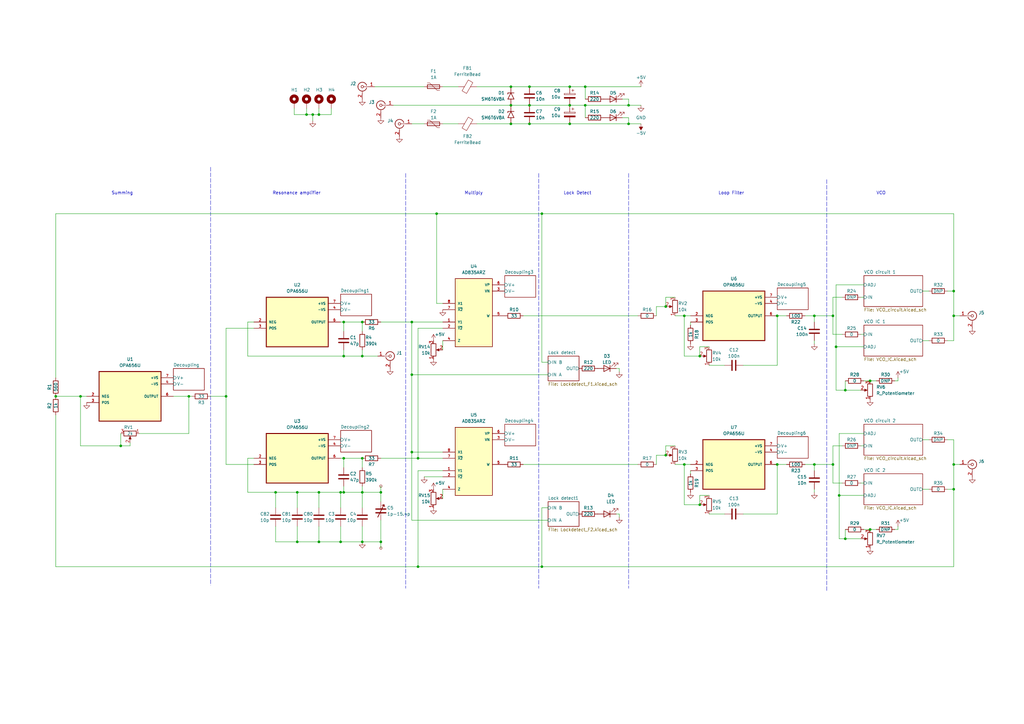
<source format=kicad_sch>
(kicad_sch (version 20230121) (generator eeschema)
  (paper "A3")
  (junction (at 318.77 190.5))
  (junction (at 342.9 142.24))
  (junction (at 121.92 201.93))
  (junction (at 391.16 119.38))
  (junction (at 209.55 50.8))
  (junction (at 346.71 220.98))
  (junction (at 113.03 201.93))
  (junction (at 140.97 201.93))
  (junction (at 140.97 146.05))
  (junction (at 179.07 87.63))
  (junction (at 217.17 35.56))
  (junction (at 280.67 129.54))
  (junction (at 273.05 186.69))
  (junction (at 341.63 129.54))
  (junction (at 287.02 146.05))
  (junction (at 148.59 222.25))
  (junction (at 125.73 46.99))
  (junction (at 140.97 187.96))
  (junction (at 391.16 200.66))
  (junction (at 156.21 201.93))
  (junction (at 273.05 125.73))
  (junction (at 222.25 87.63))
  (junction (at 148.59 201.93))
  (junction (at 280.67 190.5))
  (junction (at 209.55 43.18))
  (junction (at 233.68 50.8))
  (junction (at 171.45 187.96))
  (junction (at 356.87 217.17))
  (junction (at 130.81 222.25))
  (junction (at 222.25 232.41))
  (junction (at 140.97 132.08))
  (junction (at 217.17 50.8))
  (junction (at 168.91 185.42))
  (junction (at 346.71 160.02))
  (junction (at 156.21 222.25))
  (junction (at 257.81 50.8))
  (junction (at 391.16 190.5))
  (junction (at 257.81 43.18))
  (junction (at 334.01 129.54))
  (junction (at 287.02 207.01))
  (junction (at 168.91 132.08))
  (junction (at 148.59 146.05))
  (junction (at 130.81 201.93))
  (junction (at 168.91 153.67))
  (junction (at 240.03 35.56))
  (junction (at 356.87 156.21))
  (junction (at 130.81 46.99))
  (junction (at 33.02 162.56))
  (junction (at 391.16 129.54))
  (junction (at 22.86 162.56))
  (junction (at 209.55 35.56))
  (junction (at 148.59 187.96))
  (junction (at 233.68 35.56))
  (junction (at 217.17 43.18))
  (junction (at 148.59 132.08))
  (junction (at 341.63 190.5))
  (junction (at 49.53 182.88))
  (junction (at 171.45 232.41))
  (junction (at 77.47 162.56))
  (junction (at 334.01 190.5))
  (junction (at 318.77 129.54))
  (junction (at 233.68 43.18))
  (junction (at 344.17 203.2))
  (junction (at 139.7 201.93))
  (junction (at 240.03 43.18))
  (junction (at 92.71 162.56))
  (junction (at 128.27 46.99))
  (junction (at 121.92 222.25))
  (junction (at 139.7 222.25))
  (wire (pts (xy 240.03 43.18) (xy 240.03 48.26)))
  (wire (pts (xy 252.73 151.13) (xy 254 151.13)))
  (wire (pts (xy 368.3 217.17) (xy 368.3 215.9)))
  (wire (pts (xy 22.86 87.63) (xy 179.07 87.63)))
  (wire (pts (xy 224.79 213.36) (xy 168.91 213.36)))
  (wire (pts (xy 257.81 40.64) (xy 257.81 43.18)))
  (wire (pts (xy 344.17 220.98) (xy 344.17 203.2)))
  (wire (pts (xy 77.47 162.56) (xy 78.74 162.56)))
  (wire (pts (xy 346.71 220.98) (xy 353.06 220.98)))
  (wire (pts (xy 378.46 119.38) (xy 381 119.38)))
  (wire (pts (xy 130.81 44.45) (xy 130.81 46.99)))
  (wire (pts (xy 356.87 156.21) (xy 359.41 156.21)))
  (wire (pts (xy 257.81 40.64) (xy 255.27 40.64)))
  (wire (pts (xy 334.01 190.5) (xy 341.63 190.5)))
  (wire (pts (xy 391.16 190.5) (xy 391.16 200.66)))
  (wire (pts (xy 101.6 132.08) (xy 101.6 146.05)))
  (wire (pts (xy 252.73 210.82) (xy 254 210.82)))
  (wire (pts (xy 156.21 201.93) (xy 156.21 205.74)))
  (wire (pts (xy 240.03 35.56) (xy 233.68 35.56)))
  (polyline (pts (xy 86.36 68.58) (xy 86.36 240.03)) (stroke (width 0) (type dash)))
  (wire (pts (xy 344.17 203.2) (xy 354.33 203.2)))
  (wire (pts (xy 318.77 190.5) (xy 322.58 190.5)))
  (wire (pts (xy 388.62 139.7) (xy 391.16 139.7)))
  (wire (pts (xy 280.67 207.01) (xy 287.02 207.01)))
  (wire (pts (xy 130.81 222.25) (xy 139.7 222.25)))
  (wire (pts (xy 233.68 50.8) (xy 217.17 50.8)))
  (wire (pts (xy 391.16 129.54) (xy 393.7 129.54)))
  (wire (pts (xy 168.91 213.36) (xy 168.91 185.42)))
  (wire (pts (xy 161.29 43.18) (xy 209.55 43.18)))
  (wire (pts (xy 139.7 201.93) (xy 139.7 208.28)))
  (wire (pts (xy 101.6 146.05) (xy 140.97 146.05)))
  (wire (pts (xy 153.67 35.56) (xy 173.99 35.56)))
  (wire (pts (xy 148.59 215.9) (xy 148.59 222.25)))
  (wire (pts (xy 257.81 48.26) (xy 257.81 50.8)))
  (wire (pts (xy 290.83 210.82) (xy 297.18 210.82)))
  (wire (pts (xy 171.45 187.96) (xy 181.61 187.96)))
  (wire (pts (xy 104.14 190.5) (xy 92.71 190.5)))
  (wire (pts (xy 139.7 222.25) (xy 148.59 222.25)))
  (wire (pts (xy 130.81 201.93) (xy 130.81 208.28)))
  (wire (pts (xy 317.5 129.54) (xy 318.77 129.54)))
  (wire (pts (xy 391.16 180.34) (xy 391.16 190.5)))
  (wire (pts (xy 33.02 182.88) (xy 49.53 182.88)))
  (wire (pts (xy 318.77 129.54) (xy 318.77 149.86)))
  (wire (pts (xy 113.03 201.93) (xy 113.03 208.28)))
  (wire (pts (xy 318.77 210.82) (xy 304.8 210.82)))
  (wire (pts (xy 354.33 142.24) (xy 342.9 142.24)))
  (wire (pts (xy 139.7 132.08) (xy 140.97 132.08)))
  (wire (pts (xy 181.61 124.46) (xy 179.07 124.46)))
  (wire (pts (xy 391.16 139.7) (xy 391.16 129.54)))
  (wire (pts (xy 269.24 129.54) (xy 269.24 125.73)))
  (wire (pts (xy 367.03 156.21) (xy 368.3 156.21)))
  (wire (pts (xy 378.46 180.34) (xy 381 180.34)))
  (wire (pts (xy 121.92 201.93) (xy 121.92 208.28)))
  (wire (pts (xy 217.17 35.56) (xy 209.55 35.56)))
  (wire (pts (xy 217.17 50.8) (xy 209.55 50.8)))
  (wire (pts (xy 287.02 142.24) (xy 287.02 146.05)))
  (wire (pts (xy 346.71 220.98) (xy 346.71 217.17)))
  (wire (pts (xy 341.63 182.88) (xy 341.63 190.5)))
  (wire (pts (xy 367.03 217.17) (xy 368.3 217.17)))
  (wire (pts (xy 345.44 137.16) (xy 341.63 137.16)))
  (wire (pts (xy 353.06 182.88) (xy 354.33 182.88)))
  (wire (pts (xy 378.46 200.66) (xy 381 200.66)))
  (wire (pts (xy 342.9 160.02) (xy 346.71 160.02)))
  (wire (pts (xy 214.63 129.54) (xy 261.62 129.54)))
  (wire (pts (xy 262.89 43.18) (xy 257.81 43.18)))
  (wire (pts (xy 222.25 87.63) (xy 391.16 87.63)))
  (wire (pts (xy 354.33 116.84) (xy 342.9 116.84)))
  (wire (pts (xy 181.61 50.8) (xy 187.96 50.8)))
  (wire (pts (xy 273.05 182.88) (xy 273.05 186.69)))
  (wire (pts (xy 92.71 162.56) (xy 92.71 134.62)))
  (wire (pts (xy 148.59 222.25) (xy 156.21 222.25)))
  (wire (pts (xy 222.25 232.41) (xy 391.16 232.41)))
  (wire (pts (xy 77.47 162.56) (xy 71.12 162.56)))
  (wire (pts (xy 318.77 129.54) (xy 322.58 129.54)))
  (wire (pts (xy 287.02 203.2) (xy 287.02 207.01)))
  (wire (pts (xy 171.45 193.04) (xy 181.61 193.04)))
  (wire (pts (xy 168.91 153.67) (xy 224.79 153.67)))
  (wire (pts (xy 353.06 121.92) (xy 354.33 121.92)))
  (wire (pts (xy 101.6 201.93) (xy 113.03 201.93)))
  (wire (pts (xy 57.15 177.8) (xy 77.47 177.8)))
  (wire (pts (xy 125.73 44.45) (xy 125.73 46.99)))
  (polyline (pts (xy 257.81 71.12) (xy 257.81 241.3)) (stroke (width 0) (type dash)))
  (wire (pts (xy 156.21 187.96) (xy 171.45 187.96)))
  (wire (pts (xy 341.63 137.16) (xy 341.63 129.54)))
  (wire (pts (xy 334.01 200.66) (xy 334.01 201.93)))
  (wire (pts (xy 168.91 132.08) (xy 168.91 153.67)))
  (wire (pts (xy 354.33 217.17) (xy 356.87 217.17)))
  (wire (pts (xy 334.01 139.7) (xy 334.01 140.97)))
  (wire (pts (xy 120.65 46.99) (xy 125.73 46.99)))
  (wire (pts (xy 139.7 215.9) (xy 139.7 222.25)))
  (wire (pts (xy 181.61 35.56) (xy 187.96 35.56)))
  (polyline (pts (xy 166.37 71.12) (xy 166.37 241.3)) (stroke (width 0) (type dash)))
  (wire (pts (xy 356.87 217.17) (xy 359.41 217.17)))
  (wire (pts (xy 148.59 146.05) (xy 154.94 146.05)))
  (wire (pts (xy 148.59 187.96) (xy 148.59 191.77)))
  (wire (pts (xy 139.7 187.96) (xy 140.97 187.96)))
  (wire (pts (xy 330.2 129.54) (xy 334.01 129.54)))
  (wire (pts (xy 148.59 132.08) (xy 148.59 135.89)))
  (polyline (pts (xy 339.09 73.66) (xy 339.09 242.57)) (stroke (width 0) (type dash)))
  (wire (pts (xy 181.61 134.62) (xy 171.45 134.62)))
  (wire (pts (xy 148.59 201.93) (xy 156.21 201.93)))
  (wire (pts (xy 354.33 137.16) (xy 353.06 137.16)))
  (wire (pts (xy 171.45 193.04) (xy 171.45 232.41)))
  (wire (pts (xy 346.71 160.02) (xy 353.06 160.02)))
  (wire (pts (xy 140.97 187.96) (xy 148.59 187.96)))
  (wire (pts (xy 391.16 200.66) (xy 391.16 232.41)))
  (wire (pts (xy 49.53 182.88) (xy 53.34 182.88)))
  (wire (pts (xy 92.71 134.62) (xy 104.14 134.62)))
  (wire (pts (xy 121.92 201.93) (xy 130.81 201.93)))
  (wire (pts (xy 318.77 190.5) (xy 318.77 210.82)))
  (wire (pts (xy 354.33 198.12) (xy 353.06 198.12)))
  (wire (pts (xy 113.03 201.93) (xy 121.92 201.93)))
  (wire (pts (xy 344.17 220.98) (xy 346.71 220.98)))
  (wire (pts (xy 276.86 190.5) (xy 280.67 190.5)))
  (wire (pts (xy 368.3 156.21) (xy 368.3 154.94)))
  (wire (pts (xy 280.67 129.54) (xy 283.21 129.54)))
  (wire (pts (xy 156.21 222.25) (xy 156.21 224.79)))
  (wire (pts (xy 53.34 182.88) (xy 53.34 181.61)))
  (wire (pts (xy 388.62 200.66) (xy 391.16 200.66)))
  (wire (pts (xy 388.62 119.38) (xy 391.16 119.38)))
  (wire (pts (xy 276.86 129.54) (xy 280.67 129.54)))
  (wire (pts (xy 388.62 180.34) (xy 391.16 180.34)))
  (wire (pts (xy 179.07 87.63) (xy 222.25 87.63)))
  (wire (pts (xy 209.55 35.56) (xy 195.58 35.56)))
  (wire (pts (xy 240.03 43.18) (xy 233.68 43.18)))
  (wire (pts (xy 168.91 132.08) (xy 181.61 132.08)))
  (wire (pts (xy 179.07 87.63) (xy 179.07 124.46)))
  (wire (pts (xy 181.61 139.7) (xy 181.61 143.51)))
  (wire (pts (xy 173.99 195.58) (xy 181.61 195.58)))
  (wire (pts (xy 283.21 132.08) (xy 283.21 133.35)))
  (wire (pts (xy 130.81 201.93) (xy 139.7 201.93)))
  (wire (pts (xy 354.33 177.8) (xy 344.17 177.8)))
  (wire (pts (xy 354.33 156.21) (xy 356.87 156.21)))
  (wire (pts (xy 168.91 50.8) (xy 173.99 50.8)))
  (wire (pts (xy 330.2 190.5) (xy 334.01 190.5)))
  (wire (pts (xy 33.02 162.56) (xy 35.56 162.56)))
  (wire (pts (xy 148.59 201.93) (xy 148.59 208.28)))
  (wire (pts (xy 317.5 190.5) (xy 318.77 190.5)))
  (wire (pts (xy 233.68 35.56) (xy 217.17 35.56)))
  (wire (pts (xy 156.21 213.36) (xy 156.21 222.25)))
  (wire (pts (xy 140.97 132.08) (xy 148.59 132.08)))
  (wire (pts (xy 262.89 35.56) (xy 240.03 35.56)))
  (wire (pts (xy 140.97 201.93) (xy 148.59 201.93)))
  (wire (pts (xy 33.02 162.56) (xy 33.02 182.88)))
  (wire (pts (xy 22.86 162.56) (xy 33.02 162.56)))
  (wire (pts (xy 269.24 190.5) (xy 269.24 186.69)))
  (wire (pts (xy 334.01 129.54) (xy 334.01 132.08)))
  (wire (pts (xy 156.21 201.93) (xy 156.21 199.39)))
  (wire (pts (xy 125.73 46.99) (xy 128.27 46.99)))
  (wire (pts (xy 269.24 125.73) (xy 273.05 125.73)))
  (wire (pts (xy 168.91 185.42) (xy 181.61 185.42)))
  (wire (pts (xy 269.24 186.69) (xy 273.05 186.69)))
  (wire (pts (xy 22.86 87.63) (xy 22.86 154.94)))
  (wire (pts (xy 86.36 162.56) (xy 92.71 162.56)))
  (wire (pts (xy 104.14 132.08) (xy 101.6 132.08)))
  (wire (pts (xy 135.89 46.99) (xy 135.89 44.45)))
  (wire (pts (xy 140.97 132.08) (xy 140.97 135.89)))
  (wire (pts (xy 168.91 153.67) (xy 168.91 185.42)))
  (wire (pts (xy 104.14 187.96) (xy 101.6 187.96)))
  (wire (pts (xy 254 151.13) (xy 254 152.4)))
  (wire (pts (xy 171.45 134.62) (xy 171.45 187.96)))
  (wire (pts (xy 257.81 48.26) (xy 255.27 48.26)))
  (wire (pts (xy 224.79 148.59) (xy 222.25 148.59)))
  (wire (pts (xy 276.86 182.88) (xy 273.05 182.88)))
  (wire (pts (xy 92.71 162.56) (xy 92.71 190.5)))
  (wire (pts (xy 318.77 149.86) (xy 304.8 149.86)))
  (wire (pts (xy 345.44 198.12) (xy 341.63 198.12)))
  (wire (pts (xy 233.68 50.8) (xy 257.81 50.8)))
  (wire (pts (xy 22.86 232.41) (xy 171.45 232.41)))
  (wire (pts (xy 130.81 46.99) (xy 135.89 46.99)))
  (wire (pts (xy 130.81 215.9) (xy 130.81 222.25)))
  (wire (pts (xy 273.05 121.92) (xy 273.05 125.73)))
  (wire (pts (xy 240.03 35.56) (xy 240.03 40.64)))
  (wire (pts (xy 181.61 200.66) (xy 181.61 204.47)))
  (wire (pts (xy 140.97 199.39) (xy 140.97 201.93)))
  (wire (pts (xy 391.16 119.38) (xy 391.16 129.54)))
  (wire (pts (xy 171.45 232.41) (xy 222.25 232.41)))
  (wire (pts (xy 345.44 182.88) (xy 341.63 182.88)))
  (wire (pts (xy 280.67 146.05) (xy 287.02 146.05)))
  (wire (pts (xy 233.68 43.18) (xy 217.17 43.18)))
  (wire (pts (xy 341.63 198.12) (xy 341.63 190.5)))
  (wire (pts (xy 290.83 142.24) (xy 287.02 142.24)))
  (wire (pts (xy 101.6 187.96) (xy 101.6 201.93)))
  (wire (pts (xy 257.81 43.18) (xy 240.03 43.18)))
  (wire (pts (xy 280.67 190.5) (xy 280.67 207.01)))
  (wire (pts (xy 140.97 146.05) (xy 148.59 146.05)))
  (wire (pts (xy 222.25 208.28) (xy 222.25 232.41)))
  (wire (pts (xy 334.01 190.5) (xy 334.01 193.04)))
  (wire (pts (xy 344.17 177.8) (xy 344.17 203.2)))
  (wire (pts (xy 276.86 121.92) (xy 273.05 121.92)))
  (wire (pts (xy 128.27 46.99) (xy 130.81 46.99)))
  (wire (pts (xy 148.59 201.93) (xy 148.59 199.39)))
  (wire (pts (xy 290.83 149.86) (xy 297.18 149.86)))
  (wire (pts (xy 113.03 222.25) (xy 121.92 222.25)))
  (wire (pts (xy 140.97 201.93) (xy 139.7 201.93)))
  (wire (pts (xy 120.65 44.45) (xy 120.65 46.99)))
  (wire (pts (xy 342.9 142.24) (xy 342.9 160.02)))
  (wire (pts (xy 113.03 215.9) (xy 113.03 222.25)))
  (wire (pts (xy 283.21 193.04) (xy 283.21 194.31)))
  (wire (pts (xy 140.97 143.51) (xy 140.97 146.05)))
  (wire (pts (xy 254 210.82) (xy 254 212.09)))
  (wire (pts (xy 209.55 43.18) (xy 217.17 43.18)))
  (wire (pts (xy 341.63 121.92) (xy 345.44 121.92)))
  (wire (pts (xy 280.67 129.54) (xy 280.67 146.05)))
  (polyline (pts (xy 220.98 71.12) (xy 220.98 241.3)) (stroke (width 0) (type dash)))
  (wire (pts (xy 257.81 50.8) (xy 262.89 50.8)))
  (wire (pts (xy 342.9 116.84) (xy 342.9 142.24)))
  (wire (pts (xy 391.16 87.63) (xy 391.16 119.38)))
  (wire (pts (xy 214.63 190.5) (xy 261.62 190.5)))
  (wire (pts (xy 341.63 129.54) (xy 341.63 121.92)))
  (wire (pts (xy 222.25 148.59) (xy 222.25 87.63)))
  (wire (pts (xy 22.86 170.18) (xy 22.86 232.41)))
  (wire (pts (xy 280.67 190.5) (xy 283.21 190.5)))
  (wire (pts (xy 140.97 187.96) (xy 140.97 191.77)))
  (wire (pts (xy 77.47 177.8) (xy 77.47 162.56)))
  (wire (pts (xy 121.92 215.9) (xy 121.92 222.25)))
  (wire (pts (xy 378.46 139.7) (xy 381 139.7)))
  (wire (pts (xy 156.21 132.08) (xy 168.91 132.08)))
  (wire (pts (xy 49.53 177.8) (xy 49.53 182.88)))
  (wire (pts (xy 121.92 222.25) (xy 130.81 222.25)))
  (wire (pts (xy 128.27 46.99) (xy 128.27 49.53)))
  (wire (pts (xy 391.16 190.5) (xy 393.7 190.5)))
  (wire (pts (xy 334.01 129.54) (xy 341.63 129.54)))
  (wire (pts (xy 346.71 160.02) (xy 346.71 156.21)))
  (wire (pts (xy 148.59 146.05) (xy 148.59 143.51)))
  (wire (pts (xy 224.79 208.28) (xy 222.25 208.28)))
  (wire (pts (xy 290.83 203.2) (xy 287.02 203.2)))
  (wire (pts (xy 209.55 50.8) (xy 195.58 50.8)))
  (text "VCO\n" (at 359.41 80.01 0) (effects (font (size 1.27 1.27)) (justify left bottom)))
  (text "Loop Filter" (at 294.64 80.01 0) (effects (font (size 1.27 1.27)) (justify left bottom)))
  (text "Multiply\n" (at 190.5 80.01 0) (effects (font (size 1.27 1.27)) (justify left bottom)))
  (text "Summing\n" (at 45.72 80.01 0) (effects (font (size 1.27 1.27)) (justify left bottom)))
  (text "Lock Detect" (at 231.14 80.01 0) (effects (font (size 1.27 1.27)) (justify left bottom)))
  (text "Resonance amplifier" (at 111.76 80.01 0) (effects (font (size 1.27 1.27)) (justify left bottom)))
  (symbol (lib_id "power:+5V") (at 177.8 139.7 0) (unit 1)
    (property "Reference" "#PWR092" (effects hide))
    (property "Value" "+5V" (at 180.34 137.16 0))
  )
  (symbol (lib_id "power:GND") (at 283.21 140.97 0) (unit 1)
    (property "Reference" "#PWR014" (effects hide))
    (property "Value" "GND" (effects hide))
  )
  (symbol (lib_id "Device:R") (at 363.22 217.17 270) (unit 1)
    (property "Reference" "R31" (at 363.22 214.63 90))
    (property "Value" "DNP" (at 363.22 217.17 90))
    (property "Footprint" "Resistor_SMD:R_1206_3216Metric_Pad1.30x1.75mm_HandSolder" (effects hide))
  )
  (symbol (lib_id "Device:R_Potentiometer") (at 53.34 177.8 270) (unit 1)
    (property "Reference" "RV1" (at 54.61 175.26 90) (effects (justify right)))
    (property "Value" "2k" (at 54.61 177.8 90) (effects (justify right)))
    (property "Footprint" "Potentiometer_THT:Potentiometer_Bourns_3296Y_Vertical" (effects hide))
  )
  (symbol (lib_id "Device:R") (at 350.52 156.21 90) (unit 1)
    (property "Reference" "R28" (at 350.52 153.67 90))
    (property "Value" "0" (at 350.52 156.21 90))
    (property "Footprint" "Resistor_SMD:R_1206_3216Metric_Pad1.30x1.75mm_HandSolder" (effects hide))
  )
  (symbol (lib_id "Device:R") (at 384.81 139.7 90) (unit 1)
    (property "Reference" "R33" (at 384.81 137.16 90))
    (property "Value" "0" (at 384.81 139.7 90))
    (property "Footprint" "Resistor_SMD:R_1206_3216Metric_Pad1.30x1.75mm_HandSolder" (effects hide))
  )
  (symbol (lib_id "Diode:SM6T6V8A") (at 209.55 46.99 90) (mirror x) (unit 1)
    (property "Reference" "D2" (at 207.01 45.72 90) (effects (justify left)))
    (property "Value" "SM6T6V8A" (at 207.01 48.26 90) (effects (justify left)))
    (property "Footprint" "Diode_SMD:D_2114_3652Metric_Pad1.85x3.75mm_HandSolder" (effects hide))
    (property "Datasheet" "https://www.st.com/resource/en/datasheet/sm6t.pdf" (effects hide))
  )
  (symbol (lib_id "power:GND") (at 398.78 195.58 0) (unit 1)
    (property "Reference" "#PWR023" (effects hide))
    (property "Value" "GND" (effects hide))
  )
  (symbol (lib_id "power:+5V") (at 368.3 215.9 0) (unit 1)
    (property "Reference" "#PWR021" (effects hide))
    (property "Value" "+5V" (at 370.84 213.36 0))
  )
  (symbol (lib_id "Device:R_Potentiometer") (at 276.86 125.73 180) (unit 1)
    (property "Reference" "RV2" (at 278.13 124.46 0) (effects (justify right)))
    (property "Value" "10k" (at 278.13 127 0) (effects (justify right)))
    (property "Footprint" "Potentiometer_THT:Potentiometer_Bourns_3296Y_Vertical" (effects hide))
  )
  (symbol (lib_id "Device:R") (at 265.43 129.54 90) (unit 1)
    (property "Reference" "R16" (at 265.43 127 90))
    (property "Value" "0" (at 265.43 129.54 90))
    (property "Footprint" "Resistor_SMD:R_1206_3216Metric_Pad1.30x1.75mm_HandSolder" (effects hide))
  )
  (symbol (lib_id "Device:R_Potentiometer") (at 177.8 204.47 0) (mirror x) (unit 1)
    (property "Reference" "RV15" (at 176.53 203.2 0) (effects (justify right)))
    (property "Value" "10k" (at 176.53 205.74 0) (effects (justify right)))
    (property "Footprint" "Potentiometer_THT:Potentiometer_Bourns_3296Y_Vertical" (effects hide))
  )
  (symbol (lib_id "AD835ARZ:AD835ARZ") (at 194.31 129.54 0) (unit 1)
    (property "Reference" "U4" (at 194.31 109.22 0))
    (property "Value" "AD835ARZ" (at 194.31 111.76 0))
    (property "Footprint" "Package_SO:SOIC-8_3.9x4.9mm_P1.27mm" (effects hide))
    (property "MF" "Analog Devices" (effects hide))
    (property "Description" "\n                        \n                            250 MHz, Voltage Output 4-Quadrant Multiplier\n                        \n" (effects hide))
    (property "PACKAGE" "SOIC-8" (effects hide))
    (property "Price" "None" (effects hide))
    (property "Package" "SOIC-8 Analog Devices" (effects hide))
    (property "Check_prices" "https://www.snapeda.com/parts/AD835ARZ/Analog+Devices/view-part/?ref=eda" (effects hide))
    (property "STANDARD" "IPC-7351B" (effects hide))
    (property "PARTREV" "E" (effects hide))
    (property "SnapEDA_Link" "https://www.snapeda.com/parts/AD835ARZ/Analog+Devices/view-part/?ref=snap" (effects hide))
    (property "MP" "AD835ARZ" (effects hide))
    (property "Availability" "In Stock" (effects hide))
    (property "MANUFACTURER" "Analog Devices" (effects hide))
  )
  (symbol (lib_id "power:GND") (at 283.21 201.93 0) (unit 1)
    (property "Reference" "#PWR015" (effects hide))
    (property "Value" "GND" (effects hide))
  )
  (symbol (lib_id "Device:R") (at 241.3 210.82 90) (unit 1)
    (property "Reference" "R13" (at 241.3 208.28 90))
    (property "Value" "220" (at 241.3 210.82 90))
    (property "Footprint" "Resistor_SMD:R_1206_3216Metric_Pad1.30x1.75mm_HandSolder" (effects hide))
  )
  (symbol (lib_id "Connector:TestPoint_Small") (at 156.21 199.39 90) (unit 1)
    (property "Reference" "TP1" (effects hide))
    (property "Value" "TestPoint_Small" (effects hide))
    (property "Footprint" "TestPoint:TestPoint_Pad_2.0x2.0mm" (effects hide))
  )
  (symbol (lib_id "Device:C_Variable") (at 156.21 209.55 0) (unit 1)
    (property "Reference" "C5" (at 158.75 208.28 0) (effects (justify left)))
    (property "Value" "1p-15.4p" (at 158.75 210.82 0) (effects (justify left)))
    (property "Footprint" "lib:Trimmer Cap 6mm" (effects hide))
  )
  (symbol (lib_id "Device:R") (at 210.82 129.54 90) (unit 1)
    (property "Reference" "R10" (at 210.82 127 90))
    (property "Value" "33" (at 210.82 129.54 90))
    (property "Footprint" "Resistor_SMD:R_1206_3216Metric_Pad1.30x1.75mm_HandSolder" (effects hide))
  )
  (symbol (lib_id "Connector:Conn_Coaxial") (at 156.21 43.18 0) (mirror y) (unit 1)
    (property "Reference" "J3" (at 153.67 41.91 0) (effects (justify left)))
    (property "Value" "Conn_Coaxial" (effects hide))
    (property "Footprint" "lib:S16N-PC" (effects hide))
    (property "Datasheet" " ~" (effects hide))
  )
  (symbol (lib_id "power:GND") (at 398.78 134.62 0) (unit 1)
    (property "Reference" "#PWR022" (effects hide))
    (property "Value" "GND" (effects hide))
  )
  (symbol (lib_id "Device:R") (at 349.25 182.88 90) (unit 1)
    (property "Reference" "R26" (at 349.25 180.34 90))
    (property "Value" "DNP" (at 349.25 182.88 90))
    (property "Footprint" "Resistor_SMD:R_1206_3216Metric_Pad1.30x1.75mm_HandSolder" (effects hide))
  )
  (symbol (lib_id "Connector:Conn_Coaxial") (at 148.59 35.56 0) (mirror y) (unit 1)
    (property "Reference" "J2" (at 146.05 34.29 0) (effects (justify left)))
    (property "Value" "Conn_Coaxial" (effects hide))
    (property "Footprint" "lib:S16N-PC" (effects hide))
    (property "Datasheet" " ~" (effects hide))
  )
  (symbol (lib_id "Connector:TestPoint_Small") (at 156.21 224.79 270) (unit 1)
    (property "Reference" "TP2" (effects hide))
    (property "Value" "TestPoint_Small" (effects hide))
    (property "Footprint" "TestPoint:TestPoint_Pad_2.0x2.0mm" (effects hide))
  )
  (symbol (lib_id "Device:C") (at 113.03 212.09 0) (unit 1)
    (property "Reference" "C82" (at 106.68 210.82 0) (effects (justify left)))
    (property "Value" "10p" (at 106.68 213.36 0) (effects (justify left)))
    (property "Footprint" "Capacitor_SMD:C_1206_3216Metric" (effects hide))
  )
  (symbol (lib_id "OPA656U:OPA656U") (at 121.92 187.96 0) (unit 1)
    (property "Reference" "U3" (at 121.92 172.72 0))
    (property "Value" "OPA656U" (at 121.92 175.26 0))
    (property "Footprint" "Package_SO:SOIC-8_3.9x4.9mm_P1.27mm" (effects hide))
    (property "MF" "Texas Instruments" (effects hide))
    (property "Description" "\n                        \n                            Wideband, Unity Gain Stable FET-Input Operational Amplifier\n                        \n" (effects hide))
    (property "Package" "SOIC-8 Texas Instruments" (effects hide))
    (property "Price" "None" (effects hide))
    (property "SnapEDA_Link" "https://www.snapeda.com/parts/OPA656U/Texas+Instruments/view-part/?ref=snap" (effects hide))
    (property "MP" "OPA656U" (effects hide))
    (property "Availability" "In Stock" (effects hide))
    (property "Check_prices" "https://www.snapeda.com/parts/OPA656U/Texas+Instruments/view-part/?ref=eda" (effects hide))
  )
  (symbol (lib_id "power:+5V") (at 368.3 154.94 0) (unit 1)
    (property "Reference" "#PWR020" (effects hide))
    (property "Value" "+5V" (at 370.84 152.4 0))
  )
  (symbol (lib_id "power:GND") (at 128.27 49.53 0) (unit 1)
    (property "Reference" "#PWR02" (effects hide))
    (property "Value" "GND" (effects hide))
  )
  (symbol (lib_id "Device:C") (at 217.17 39.37 0) (unit 1)
    (property "Reference" "C6" (at 219.71 38.1 0) (effects (justify left)))
    (property "Value" "10n" (at 219.71 40.64 0) (effects (justify left)))
    (property "Footprint" "Capacitor_SMD:C_1206_3216Metric" (effects hide))
  )
  (symbol (lib_id "Device:R") (at 326.39 129.54 90) (unit 1)
    (property "Reference" "R22" (at 326.39 132.08 90))
    (property "Value" "100" (at 326.39 129.54 90))
    (property "Footprint" "Resistor_SMD:R_1206_3216Metric_Pad1.30x1.75mm_HandSolder" (effects hide))
  )
  (symbol (lib_id "power:GND") (at 173.99 195.58 0) (unit 1)
    (property "Reference" "#PWR08" (effects hide))
    (property "Value" "GND" (effects hide))
  )
  (symbol (lib_id "Device:R") (at 22.86 158.75 180) (unit 1)
    (property "Reference" "R1" (at 20.32 158.75 90))
    (property "Value" "560" (at 22.86 158.75 90))
    (property "Footprint" "Resistor_SMD:R_1206_3216Metric_Pad1.30x1.75mm_HandSolder" (effects hide))
  )
  (symbol (lib_id "power:GND") (at 262.89 43.18 0) (mirror y) (unit 1)
    (property "Reference" "#PWR012" (effects hide))
    (property "Value" "GND" (at 262.89 48.26 0))
  )
  (symbol (lib_id "Device:C") (at 140.97 139.7 0) (unit 1)
    (property "Reference" "C1" (at 143.51 138.43 0) (effects (justify left)))
    (property "Value" "47p" (at 143.51 140.97 0) (effects (justify left)))
    (property "Footprint" "Capacitor_SMD:C_1206_3216Metric" (effects hide))
  )
  (symbol (lib_id "Device:R_Potentiometer") (at 177.8 143.51 0) (mirror x) (unit 1)
    (property "Reference" "RV14" (at 176.53 142.24 0) (effects (justify right)))
    (property "Value" "10k" (at 176.53 144.78 0) (effects (justify right)))
    (property "Footprint" "Potentiometer_THT:Potentiometer_Bourns_3296Y_Vertical" (effects hide))
  )
  (symbol (lib_id "AD835ARZ:AD835ARZ") (at 194.31 190.5 0) (unit 1)
    (property "Reference" "U5" (at 194.31 170.18 0))
    (property "Value" "AD835ARZ" (at 194.31 172.72 0))
    (property "Footprint" "Package_SO:SOIC-8_3.9x4.9mm_P1.27mm" (effects hide))
    (property "MF" "Analog Devices" (effects hide))
    (property "Description" "\n                        \n                            250 MHz, Voltage Output 4-Quadrant Multiplier\n                        \n" (effects hide))
    (property "PACKAGE" "SOIC-8" (effects hide))
    (property "Price" "None" (effects hide))
    (property "Package" "SOIC-8 Analog Devices" (effects hide))
    (property "Check_prices" "https://www.snapeda.com/parts/AD835ARZ/Analog+Devices/view-part/?ref=eda" (effects hide))
    (property "STANDARD" "IPC-7351B" (effects hide))
    (property "PARTREV" "E" (effects hide))
    (property "SnapEDA_Link" "https://www.snapeda.com/parts/AD835ARZ/Analog+Devices/view-part/?ref=snap" (effects hide))
    (property "MP" "AD835ARZ" (effects hide))
    (property "Availability" "In Stock" (effects hide))
    (property "MANUFACTURER" "Analog Devices" (effects hide))
  )
  (symbol (lib_id "Device:R_Potentiometer") (at 356.87 160.02 180) (unit 1)
    (property "Reference" "RV6" (at 359.41 158.75 0) (effects (justify right)))
    (property "Value" "R_Potentiometer" (at 359.41 161.29 0) (effects (justify right)))
    (property "Footprint" "lib:TRIM_3590S-2-103L" (effects hide))
  )
  (symbol (lib_id "Device:LED") (at 248.92 210.82 180) (unit 1)
    (property "Reference" "D4" (at 250.5075 203.2 0))
    (property "Value" "LED" (at 250.5075 205.74 0))
    (property "Footprint" "LED_THT:LED_D5.0mm_Clear" (effects hide))
  )
  (symbol (lib_id "Device:Polyfuse") (at 177.8 50.8 90) (mirror x) (unit 1)
    (property "Reference" "F2" (at 177.8 45.72 90))
    (property "Value" "1A" (at 177.8 48.26 90))
    (property "Footprint" "Fuse:Fuse_2920_7451Metric_Pad2.10x5.45mm_HandSolder" (effects hide))
  )
  (symbol (lib_id "power:GND") (at 334.01 201.93 0) (unit 1)
    (property "Reference" "#PWR017" (effects hide))
    (property "Value" "GND" (effects hide))
  )
  (symbol (lib_id "Device:C") (at 334.01 196.85 180) (unit 1)
    (property "Reference" "C15" (at 328.93 195.58 0))
    (property "Value" "10n" (at 328.93 198.12 0))
    (property "Footprint" "Capacitor_SMD:C_1210_3225Metric" (effects hide))
  )
  (symbol (lib_id "Connector:Conn_Coaxial") (at 398.78 190.5 0) (unit 1)
    (property "Reference" "J6" (at 401.32 189.23 0) (effects (justify left)))
    (property "Value" "Conn_Coaxial" (effects hide))
    (property "Footprint" "lib:SAMTEC_BNC5-J-P-GN-RA-BH2D" (effects hide))
    (property "Datasheet" " ~" (effects hide))
  )
  (symbol (lib_id "Device:C") (at 300.99 149.86 90) (unit 1)
    (property "Reference" "C12" (at 300.99 143.51 90))
    (property "Value" "100n" (at 300.99 146.05 90))
    (property "Footprint" "Capacitor_SMD:C_1206_3216Metric" (effects hide))
  )
  (symbol (lib_id "power:+5V") (at 262.89 35.56 0) (mirror y) (unit 1)
    (property "Reference" "#PWR011" (effects hide))
    (property "Value" "+5V" (at 262.89 31.75 0))
  )
  (symbol (lib_id "Device:Polyfuse") (at 177.8 35.56 270) (mirror x) (unit 1)
    (property "Reference" "F1" (at 177.8 29.21 90))
    (property "Value" "1A" (at 177.8 31.75 90))
    (property "Footprint" "Fuse:Fuse_2920_7451Metric_Pad2.10x5.45mm_HandSolder" (effects hide))
  )
  (symbol (lib_id "power:GND") (at 334.01 140.97 0) (unit 1)
    (property "Reference" "#PWR016" (effects hide))
    (property "Value" "GND" (effects hide))
  )
  (symbol (lib_id "Device:C") (at 140.97 195.58 0) (unit 1)
    (property "Reference" "C2" (at 143.51 194.31 0) (effects (justify left)))
    (property "Value" "47p" (at 143.51 196.85 0) (effects (justify left)))
    (property "Footprint" "Capacitor_SMD:C_1206_3216Metric" (effects hide))
  )
  (symbol (lib_id "Device:C") (at 334.01 135.89 180) (unit 1)
    (property "Reference" "C14" (at 328.93 134.62 0))
    (property "Value" "100n" (at 328.93 137.16 0))
    (property "Footprint" "Capacitor_SMD:C_1210_3225Metric" (effects hide))
  )
  (symbol (lib_id "Device:R_Potentiometer") (at 290.83 146.05 180) (unit 1)
    (property "Reference" "RV4" (at 292.1 144.78 0) (effects (justify right)))
    (property "Value" "10k" (at 292.1 147.32 0) (effects (justify right)))
    (property "Footprint" "Potentiometer_THT:Potentiometer_Bourns_3296Y_Vertical" (effects hide))
  )
  (symbol (lib_id "Device:R_Potentiometer") (at 276.86 186.69 180) (unit 1)
    (property "Reference" "RV3" (at 278.13 185.42 0) (effects (justify right)))
    (property "Value" "10k" (at 278.13 187.96 0) (effects (justify right)))
    (property "Footprint" "Potentiometer_THT:Potentiometer_Bourns_3296Y_Vertical" (effects hide))
  )
  (symbol (lib_id "Device:LED") (at 251.46 48.26 180) (unit 1)
    (property "Reference" "D6" (at 251.46 45.72 0))
    (property "Value" "LED" (effects hide))
    (property "Footprint" "LED_THT:LED_D5.0mm_Clear" (effects hide))
  )
  (symbol (lib_id "Device:C") (at 217.17 46.99 0) (unit 1)
    (property "Reference" "C7" (at 219.71 45.72 0) (effects (justify left)))
    (property "Value" "10n" (at 219.71 48.26 0) (effects (justify left)))
    (property "Footprint" "Capacitor_SMD:C_1206_3216Metric" (effects hide))
  )
  (symbol (lib_id "Device:R") (at 22.86 166.37 180) (unit 1)
    (property "Reference" "R2" (at 20.32 166.37 90))
    (property "Value" "1k" (at 22.86 166.37 90))
    (property "Footprint" "Resistor_SMD:R_1206_3216Metric_Pad1.30x1.75mm_HandSolder" (effects hide))
  )
  (symbol (lib_id "Device:C") (at 300.99 210.82 90) (unit 1)
    (property "Reference" "C13" (at 300.99 204.47 90))
    (property "Value" "100n" (at 300.99 207.01 90))
    (property "Footprint" "Capacitor_SMD:C_1206_3216Metric" (effects hide))
  )
  (symbol (lib_id "Device:C_Polarized") (at 233.68 46.99 0) (mirror y) (unit 1)
    (property "Reference" "C9" (at 229.87 44.831 0) (effects (justify left)))
    (property "Value" "10u" (at 229.87 47.371 0) (effects (justify left)))
    (property "Footprint" "Capacitor_SMD:CP_Elec_8x11.9" (effects hide))
  )
  (symbol (lib_id "power:GND") (at 181.61 127 0) (unit 1)
    (property "Reference" "#PWR07" (effects hide))
    (property "Value" "GND" (effects hide))
  )
  (symbol (lib_id "Device:C") (at 121.92 212.09 0) (unit 1)
    (property "Reference" "C81" (at 115.57 210.82 0) (effects (justify left)))
    (property "Value" "10p" (at 115.57 213.36 0) (effects (justify left)))
    (property "Footprint" "Capacitor_SMD:C_1206_3216Metric" (effects hide))
  )
  (symbol (lib_id "Device:R") (at 384.81 180.34 90) (unit 1)
    (property "Reference" "R34" (at 384.81 177.8 90))
    (property "Value" "DNP" (at 384.81 180.34 90))
    (property "Footprint" "Resistor_SMD:R_1206_3216Metric_Pad1.30x1.75mm_HandSolder" (effects hide))
  )
  (symbol (lib_id "Device:R") (at 152.4 132.08 90) (unit 1)
    (property "Reference" "R6" (at 152.4 134.62 90))
    (property "Value" "33" (at 152.4 132.08 90))
    (property "Footprint" "Resistor_SMD:R_1206_3216Metric_Pad1.30x1.75mm_HandSolder" (effects hide))
  )
  (symbol (lib_id "power:GND") (at 148.59 40.64 0) (mirror y) (unit 1)
    (property "Reference" "#PWR089" (effects hide))
    (property "Value" "GND" (effects hide))
  )
  (symbol (lib_id "power:GND") (at 356.87 163.83 0) (unit 1)
    (property "Reference" "#PWR018" (effects hide))
    (property "Value" "GND" (effects hide))
  )
  (symbol (lib_id "Connector:Conn_Coaxial") (at 160.02 146.05 0) (unit 1)
    (property "Reference" "J1" (at 162.56 144.78 0) (effects (justify left)))
    (property "Value" "Conn_Coaxial" (effects hide))
    (property "Footprint" "lib:SAMTEC_BNC5-J-P-GN-RA-BH2D" (effects hide))
    (property "Datasheet" " ~" (effects hide))
  )
  (symbol (lib_id "Device:R") (at 283.21 137.16 0) (unit 1)
    (property "Reference" "R18" (at 285.75 137.16 90))
    (property "Value" "1k" (at 283.21 137.16 90))
    (property "Footprint" "Resistor_SMD:R_1206_3216Metric_Pad1.30x1.75mm_HandSolder" (effects hide))
  )
  (symbol (lib_id "Device:C") (at 148.59 212.09 0) (unit 1)
    (property "Reference" "C4" (at 143.51 210.82 0) (effects (justify left)))
    (property "Value" "10p" (at 142.24 213.36 0) (effects (justify left)))
    (property "Footprint" "Capacitor_SMD:C_1206_3216Metric" (effects hide))
  )
  (symbol (lib_id "Device:R") (at 384.81 119.38 90) (unit 1)
    (property "Reference" "R32" (at 384.81 116.84 90))
    (property "Value" "DNP" (at 384.81 119.38 90))
    (property "Footprint" "Resistor_SMD:R_1206_3216Metric_Pad1.30x1.75mm_HandSolder" (effects hide))
  )
  (symbol (lib_id "power:GND") (at 35.56 165.1 0) (unit 1)
    (property "Reference" "#PWR01" (effects hide))
    (property "Value" "GND" (effects hide))
  )
  (symbol (lib_id "power:GND") (at 177.8 208.28 0) (unit 1)
    (property "Reference" "#PWR093" (effects hide))
    (property "Value" "GND" (effects hide))
  )
  (symbol (lib_id "Device:R") (at 148.59 195.58 0) (unit 1)
    (property "Reference" "R5" (at 149.86 194.31 0) (effects (justify left)))
    (property "Value" "390k" (at 149.86 196.85 0) (effects (justify left)))
    (property "Footprint" "Resistor_SMD:R_1206_3216Metric_Pad1.30x1.75mm_HandSolder" (effects hide))
  )
  (symbol (lib_id "Device:R") (at 283.21 198.12 0) (unit 1)
    (property "Reference" "R19" (at 285.75 198.12 90))
    (property "Value" "1k" (at 283.21 198.12 90))
    (property "Footprint" "Resistor_SMD:R_1206_3216Metric_Pad1.30x1.75mm_HandSolder" (effects hide))
  )
  (symbol (lib_id "Device:R_Potentiometer") (at 356.87 220.98 180) (unit 1)
    (property "Reference" "RV7" (at 359.41 219.71 0) (effects (justify right)))
    (property "Value" "R_Potentiometer" (at 359.41 222.25 0) (effects (justify right)))
    (property "Footprint" "lib:TRIM_3590S-2-103L" (effects hide))
  )
  (symbol (lib_id "power:GND") (at 156.21 48.26 0) (mirror y) (unit 1)
    (property "Reference" "#PWR090" (effects hide))
    (property "Value" "GND" (effects hide))
  )
  (symbol (lib_id "Device:R") (at 326.39 190.5 90) (unit 1)
    (property "Reference" "R23" (at 326.39 193.04 90))
    (property "Value" "100" (at 326.39 190.5 90))
    (property "Footprint" "Resistor_SMD:R_1206_3216Metric_Pad1.30x1.75mm_HandSolder" (effects hide))
  )
  (symbol (lib_id "Device:R_Potentiometer") (at 290.83 207.01 180) (unit 1)
    (property "Reference" "RV5" (at 292.1 205.74 0) (effects (justify right)))
    (property "Value" "10k" (at 292.1 208.28 0) (effects (justify right)))
    (property "Footprint" "Potentiometer_THT:Potentiometer_Bourns_3296Y_Vertical" (effects hide))
  )
  (symbol (lib_id "OPA656U:OPA656U") (at 300.99 129.54 0) (unit 1)
    (property "Reference" "U6" (at 300.99 114.3 0))
    (property "Value" "OPA656U" (at 300.99 116.84 0))
    (property "Footprint" "Package_SO:SOIC-8_3.9x4.9mm_P1.27mm" (effects hide))
    (property "MF" "Texas Instruments" (effects hide))
    (property "Description" "\n                        \n                            Wideband, Unity Gain Stable FET-Input Operational Amplifier\n                        \n" (effects hide))
    (property "Package" "SOIC-8 Texas Instruments" (effects hide))
    (property "Price" "None" (effects hide))
    (property "SnapEDA_Link" "https://www.snapeda.com/parts/OPA656U/Texas+Instruments/view-part/?ref=snap" (effects hide))
    (property "MP" "OPA656U" (effects hide))
    (property "Availability" "In Stock" (effects hide))
    (property "Check_prices" "https://www.snapeda.com/parts/OPA656U/Texas+Instruments/view-part/?ref=eda" (effects hide))
  )
  (symbol (lib_id "Device:R") (at 243.84 48.26 90) (unit 1)
    (property "Reference" "R15" (at 243.84 45.72 90))
    (property "Value" "220" (at 243.84 48.26 90))
    (property "Footprint" "Resistor_SMD:R_1206_3216Metric_Pad1.30x1.75mm_HandSolder" (effects hide))
  )
  (symbol (lib_id "power:GND") (at 254 212.09 0) (unit 1)
    (property "Reference" "#PWR010" (effects hide))
    (property "Value" "GND" (effects hide))
  )
  (symbol (lib_id "Device:R") (at 82.55 162.56 90) (unit 1)
    (property "Reference" "R3" (at 82.55 165.1 90))
    (property "Value" "33" (at 82.55 162.56 90))
    (property "Footprint" "Resistor_SMD:R_1206_3216Metric_Pad1.30x1.75mm_HandSolder" (effects hide))
  )
  (symbol (lib_id "power:GND") (at 163.83 55.88 0) (mirror y) (unit 1)
    (property "Reference" "#PWR091" (effects hide))
    (property "Value" "GND" (effects hide))
  )
  (symbol (lib_id "Mechanical:MountingHole_Pad") (at 135.89 41.91 0) (unit 1)
    (property "Reference" "H4" (at 134.62 36.83 0) (effects (justify left)))
    (property "Value" "MountingHole_Pad" (effects hide))
    (property "Footprint" "MountingHole:MountingHole_3.2mm_M3_DIN965_Pad_TopBottom" (effects hide))
  )
  (symbol (lib_id "power:GND") (at 148.59 222.25 0) (unit 1)
    (property "Reference" "#PWR03" (effects hide))
    (property "Value" "GND" (effects hide))
  )
  (symbol (lib_id "power:GND") (at 177.8 147.32 0) (unit 1)
    (property "Reference" "#PWR05" (effects hide))
    (property "Value" "GND" (effects hide))
  )
  (symbol (lib_id "Mechanical:MountingHole_Pad") (at 120.65 41.91 0) (unit 1)
    (property "Reference" "H1" (at 119.38 36.83 0) (effects (justify left)))
    (property "Value" "MountingHole_Pad" (effects hide))
    (property "Footprint" "MountingHole:MountingHole_3.2mm_M3_DIN965_Pad_TopBottom" (effects hide))
  )
  (symbol (lib_id "OPA656U:OPA656U") (at 53.34 162.56 0) (unit 1)
    (property "Reference" "U1" (at 53.34 147.32 0))
    (property "Value" "OPA656U" (at 53.34 149.86 0))
    (property "Footprint" "Package_SO:SOIC-8_3.9x4.9mm_P1.27mm" (effects hide))
    (property "MF" "Texas Instruments" (effects hide))
    (property "Description" "\n                        \n                            Wideband, Unity Gain Stable FET-Input Operational Amplifier\n                        \n" (effects hide))
    (property "Package" "SOIC-8 Texas Instruments" (effects hide))
    (property "Price" "None" (effects hide))
    (property "SnapEDA_Link" "https://www.snapeda.com/parts/OPA656U/Texas+Instruments/view-part/?ref=snap" (effects hide))
    (property "MP" "OPA656U" (effects hide))
    (property "Availability" "In Stock" (effects hide))
    (property "Check_prices" "https://www.snapeda.com/parts/OPA656U/Texas+Instruments/view-part/?ref=eda" (effects hide))
  )
  (symbol (lib_id "Device:R") (at 349.25 137.16 90) (unit 1)
    (property "Reference" "R25" (at 349.25 134.62 90))
    (property "Value" "0" (at 349.25 137.16 90))
    (property "Footprint" "Resistor_SMD:R_1206_3216Metric_Pad1.30x1.75mm_HandSolder" (effects hide))
  )
  (symbol (lib_id "Device:FerriteBead") (at 191.77 50.8 90) (unit 1)
    (property "Reference" "FB2" (at 191.77 55.88 90))
    (property "Value" "FerriteBead" (at 191.77 58.42 90))
    (property "Footprint" "Capacitor_SMD:C_2220_5750Metric_Pad1.97x5.40mm_HandSolder" (effects hide))
  )
  (symbol (lib_id "Device:R") (at 363.22 156.21 270) (unit 1)
    (property "Reference" "R30" (at 363.22 153.67 90))
    (property "Value" "DNP" (at 363.22 156.21 90))
    (property "Footprint" "Resistor_SMD:R_1206_3216Metric_Pad1.30x1.75mm_HandSolder" (effects hide))
  )
  (symbol (lib_id "Diode:SM6T6V8A") (at 209.55 39.37 90) (mirror x) (unit 1)
    (property "Reference" "D1" (at 207.01 38.1 90) (effects (justify left)))
    (property "Value" "SM6T6V8A" (at 207.01 40.64 90) (effects (justify left)))
    (property "Footprint" "Diode_SMD:D_2114_3652Metric_Pad1.85x3.75mm_HandSolder" (effects hide))
    (property "Datasheet" "https://www.st.com/resource/en/datasheet/sm6t.pdf" (effects hide))
  )
  (symbol (lib_id "Connector:Conn_Coaxial") (at 163.83 50.8 0) (mirror y) (unit 1)
    (property "Reference" "J4" (at 161.29 49.53 0) (effects (justify left)))
    (property "Value" "Conn_Coaxial" (effects hide))
    (property "Footprint" "lib:S16N-PC" (effects hide))
    (property "Datasheet" " ~" (effects hide))
  )
  (symbol (lib_id "Device:R") (at 210.82 190.5 90) (unit 1)
    (property "Reference" "R11" (at 210.82 187.96 90))
    (property "Value" "33" (at 210.82 190.5 90))
    (property "Footprint" "Resistor_SMD:R_1206_3216Metric_Pad1.30x1.75mm_HandSolder" (effects hide))
  )
  (symbol (lib_id "Mechanical:MountingHole_Pad") (at 125.73 41.91 0) (unit 1)
    (property "Reference" "H2" (at 124.46 36.83 0) (effects (justify left)))
    (property "Value" "MountingHole_Pad" (effects hide))
    (property "Footprint" "MountingHole:MountingHole_3.2mm_M3_DIN965_Pad_TopBottom" (effects hide))
  )
  (symbol (lib_id "Device:R") (at 148.59 139.7 0) (unit 1)
    (property "Reference" "R4" (at 149.86 138.43 0) (effects (justify left)))
    (property "Value" "390k" (at 149.86 140.97 0) (effects (justify left)))
    (property "Footprint" "Resistor_SMD:R_1206_3216Metric_Pad1.30x1.75mm_HandSolder" (effects hide))
  )
  (symbol (lib_id "Device:LED") (at 248.92 151.13 180) (unit 1)
    (property "Reference" "D3" (at 248.92 146.05 0))
    (property "Value" "LED" (at 248.92 148.59 0))
    (property "Footprint" "LED_THT:LED_D5.0mm_Clear" (effects hide))
  )
  (symbol (lib_id "Device:R") (at 349.25 121.92 90) (unit 1)
    (property "Reference" "R24" (at 349.25 119.38 90))
    (property "Value" "DNP" (at 349.25 121.92 90))
    (property "Footprint" "Resistor_SMD:R_1206_3216Metric_Pad1.30x1.75mm_HandSolder" (effects hide))
  )
  (symbol (lib_id "power:GND") (at 254 152.4 0) (unit 1)
    (property "Reference" "#PWR09" (effects hide))
    (property "Value" "GND" (effects hide))
  )
  (symbol (lib_id "Device:C_Polarized") (at 233.68 39.37 0) (mirror y) (unit 1)
    (property "Reference" "C8" (at 229.87 37.211 0) (effects (justify left)))
    (property "Value" "10u" (at 229.87 39.751 0) (effects (justify left)))
    (property "Footprint" "Capacitor_SMD:CP_Elec_8x11.9" (effects hide))
  )
  (symbol (lib_id "Device:R") (at 350.52 217.17 90) (unit 1)
    (property "Reference" "R29" (at 350.52 214.63 90))
    (property "Value" "0" (at 350.52 217.17 90))
    (property "Footprint" "Resistor_SMD:R_1206_3216Metric_Pad1.30x1.75mm_HandSolder" (effects hide))
  )
  (symbol (lib_id "Device:R") (at 243.84 40.64 90) (unit 1)
    (property "Reference" "R14" (at 243.84 38.1 90))
    (property "Value" "220" (at 243.84 40.64 90))
    (property "Footprint" "Resistor_SMD:R_1206_3216Metric_Pad1.30x1.75mm_HandSolder" (effects hide))
  )
  (symbol (lib_id "Device:C") (at 130.81 212.09 0) (unit 1)
    (property "Reference" "C80" (at 124.46 210.82 0) (effects (justify left)))
    (property "Value" "10p" (at 124.46 213.36 0) (effects (justify left)))
    (property "Footprint" "Capacitor_SMD:C_1206_3216Metric" (effects hide))
  )
  (symbol (lib_id "Device:LED") (at 251.46 40.64 180) (unit 1)
    (property "Reference" "D5" (at 251.46 38.1 0))
    (property "Value" "LED" (effects hide))
    (property "Footprint" "LED_THT:LED_D5.0mm_Clear" (effects hide))
  )
  (symbol (lib_id "Device:R") (at 349.25 198.12 90) (unit 1)
    (property "Reference" "R27" (at 349.25 195.58 90))
    (property "Value" "0" (at 349.25 198.12 90))
    (property "Footprint" "Resistor_SMD:R_1206_3216Metric_Pad1.30x1.75mm_HandSolder" (effects hide))
  )
  (symbol (lib_id "Device:R") (at 152.4 187.96 90) (unit 1)
    (property "Reference" "R7" (at 152.4 190.5 90))
    (property "Value" "33" (at 152.4 187.96 90))
    (property "Footprint" "Resistor_SMD:R_1206_3216Metric_Pad1.30x1.75mm_HandSolder" (effects hide))
  )
  (symbol (lib_id "OPA656U:OPA656U") (at 300.99 190.5 0) (unit 1)
    (property "Reference" "U7" (at 300.99 175.26 0))
    (property "Value" "OPA656U" (at 300.99 177.8 0))
    (property "Footprint" "Package_SO:SOIC-8_3.9x4.9mm_P1.27mm" (effects hide))
    (property "MF" "Texas Instruments" (effects hide))
    (property "Description" "\n                        \n                            Wideband, Unity Gain Stable FET-Input Operational Amplifier\n                        \n" (effects hide))
    (property "Package" "SOIC-8 Texas Instruments" (effects hide))
    (property "Price" "None" (effects hide))
    (property "SnapEDA_Link" "https://www.snapeda.com/parts/OPA656U/Texas+Instruments/view-part/?ref=snap" (effects hide))
    (property "MP" "OPA656U" (effects hide))
    (property "Availability" "In Stock" (effects hide))
    (property "Check_prices" "https://www.snapeda.com/parts/OPA656U/Texas+Instruments/view-part/?ref=eda" (effects hide))
  )
  (symbol (lib_id "power:-5V") (at 262.89 50.8 0) (mirror x) (unit 1)
    (property "Reference" "#PWR013" (effects hide))
    (property "Value" "-5V" (at 262.89 54.61 0))
  )
  (symbol (lib_id "Device:C") (at 139.7 212.09 0) (unit 1)
    (property "Reference" "C3" (at 134.62 210.82 0) (effects (justify left)))
    (property "Value" "10p" (at 133.35 213.36 0) (effects (justify left)))
    (property "Footprint" "Capacitor_SMD:C_1206_3216Metric" (effects hide))
  )
  (symbol (lib_id "Device:R") (at 241.3 151.13 90) (unit 1)
    (property "Reference" "R12" (at 241.3 148.59 90))
    (property "Value" "220" (at 241.3 151.13 90))
    (property "Footprint" "Resistor_SMD:R_1206_3216Metric_Pad1.30x1.75mm_HandSolder" (effects hide))
  )
  (symbol (lib_id "power:GND") (at 356.87 224.79 0) (unit 1)
    (property "Reference" "#PWR019" (effects hide))
    (property "Value" "GND" (effects hide))
  )
  (symbol (lib_id "power:GND") (at 160.02 151.13 0) (unit 1)
    (property "Reference" "#PWR04" (effects hide))
    (property "Value" "GND" (effects hide))
  )
  (symbol (lib_id "Device:R") (at 265.43 190.5 90) (unit 1)
    (property "Reference" "R17" (at 265.43 187.96 90))
    (property "Value" "0" (at 265.43 190.5 90))
    (property "Footprint" "Resistor_SMD:R_1206_3216Metric_Pad1.30x1.75mm_HandSolder" (effects hide))
  )
  (symbol (lib_id "Connector:Conn_Coaxial") (at 398.78 129.54 0) (unit 1)
    (property "Reference" "J5" (at 401.32 128.27 0) (effects (justify left)))
    (property "Value" "Conn_Coaxial" (effects hide))
    (property "Footprint" "lib:SAMTEC_BNC5-J-P-GN-RA-BH2D" (effects hide))
    (property "Datasheet" " ~" (effects hide))
  )
  (symbol (lib_id "Device:FerriteBead") (at 191.77 35.56 90) (unit 1)
    (property "Reference" "FB1" (at 191.7192 27.94 90))
    (property "Value" "FerriteBead" (at 191.7192 30.48 90))
    (property "Footprint" "Capacitor_SMD:C_2220_5750Metric_Pad1.97x5.40mm_HandSolder" (effects hide))
  )
  (symbol (lib_id "OPA656U:OPA656U") (at 121.92 132.08 0) (unit 1)
    (property "Reference" "U2" (at 121.92 116.84 0))
    (property "Value" "OPA656U" (at 121.92 119.38 0))
    (property "Footprint" "Package_SO:SOIC-8_3.9x4.9mm_P1.27mm" (effects hide))
    (property "MF" "Texas Instruments" (effects hide))
    (property "Description" "\n                        \n                            Wideband, Unity Gain Stable FET-Input Operational Amplifier\n                        \n" (effects hide))
    (property "Package" "SOIC-8 Texas Instruments" (effects hide))
    (property "Price" "None" (effects hide))
    (property "SnapEDA_Link" "https://www.snapeda.com/parts/OPA656U/Texas+Instruments/view-part/?ref=snap" (effects hide))
    (property "MP" "OPA656U" (effects hide))
    (property "Availability" "In Stock" (effects hide))
    (property "Check_prices" "https://www.snapeda.com/parts/OPA656U/Texas+Instruments/view-part/?ref=eda" (effects hide))
  )
  (symbol (lib_id "Mechanical:MountingHole_Pad") (at 130.81 41.91 0) (unit 1)
    (property "Reference" "H3" (at 129.54 36.83 0) (effects (justify left)))
    (property "Value" "MountingHole_Pad" (effects hide))
    (property "Footprint" "MountingHole:MountingHole_3.2mm_M3_DIN965_Pad_TopBottom" (effects hide))
  )
  (symbol (lib_id "power:+5V") (at 177.8 200.66 0) (unit 1)
    (property "Reference" "#PWR06" (effects hide))
    (property "Value" "+5V" (at 180.34 198.12 0))
  )
  (symbol (lib_id "Device:R") (at 384.81 200.66 90) (unit 1)
    (property "Reference" "R35" (at 384.81 198.12 90))
    (property "Value" "0" (at 384.81 200.66 90))
    (property "Footprint" "Resistor_SMD:R_1206_3216Metric_Pad1.30x1.75mm_HandSolder" (effects hide))
  )
  (sheet (at 318.77 118.11) (size 12.7 8.89) (stroke (width 0.1524))
    (property "Sheetname" "Decoupling5" (at 318.77 117.3984 0) (effects (justify left bottom)))
    (property "Sheetfile" "Decoupling.kicad_sch" (effects hide))
    (pin "V+" input (at 318.77 121.92 180))
    (pin "V-" input (at 318.77 124.46 180))
  )
  (sheet (at 224.79 205.74) (size 12.7 10.16) (stroke (width 0.1524))
    (property "Sheetname" "Lock detect1" (at 224.79 205.0284 0) (effects (justify left bottom)))
    (property "Sheetfile" "Lockdetect_F2.kicad_sch" (at 224.79 216.4846 0) (effects (justify left top)))
    (pin "OUT" output (at 237.49 210.82 0))
    (pin "IN A" input (at 224.79 213.36 180))
    (pin "IN B" input (at 224.79 208.28 180))
  )
  (sheet (at 207.01 173.99) (size 12.7 8.89) (stroke (width 0.1524))
    (property "Sheetname" "Decoupling4" (at 207.01 173.2784 0) (effects (justify left bottom)))
    (property "Sheetfile" "Decoupling.kicad_sch" (effects hide))
    (pin "V+" input (at 207.01 177.8 180))
    (pin "V-" input (at 207.01 180.34 180))
  )
  (sheet (at 318.77 179.07) (size 12.7 8.89) (stroke (width 0.1524))
    (property "Sheetname" "Decoupling6" (at 318.77 178.3584 0) (effects (justify left bottom)))
    (property "Sheetfile" "Decoupling.kicad_sch" (effects hide))
    (pin "V+" input (at 318.77 182.88 180))
    (pin "V-" input (at 318.77 185.42 180))
  )
  (sheet (at 354.33 194.31) (size 24.13 12.7) (stroke (width 0.1524))
    (property "Sheetname" "VCO IC 2" (at 354.33 193.5984 0) (effects (justify left bottom)))
    (property "Sheetfile" "VCO_IC.kicad_sch" (at 354.33 207.5946 0) (effects (justify left top)))
    (pin "IN" input (at 354.33 198.12 180))
    (pin "OUT" output (at 378.46 200.66 0))
    (pin "ADJ" input (at 354.33 203.2 180))
  )
  (sheet (at 224.79 146.05) (size 12.7 10.16) (stroke (width 0.1524))
    (property "Sheetname" "Lock detect" (at 224.79 145.3384 0) (effects (justify left bottom)))
    (property "Sheetfile" "Lockdetect_F1.kicad_sch" (at 224.79 156.7946 0) (effects (justify left top)))
    (pin "OUT" output (at 237.49 151.13 0))
    (pin "IN A" input (at 224.79 153.67 180))
    (pin "IN B" input (at 224.79 148.59 180))
  )
  (sheet (at 71.12 151.13) (size 12.7 8.89) (stroke (width 0.1524))
    (property "Sheetname" "Decoupling" (at 71.12 150.4184 0) (effects (justify left bottom)))
    (property "Sheetfile" "Decoupling.kicad_sch" (effects hide))
    (pin "V+" input (at 71.12 154.94 180))
    (pin "V-" input (at 71.12 157.48 180))
  )
  (sheet (at 139.7 176.53) (size 12.7 8.89) (stroke (width 0.1524))
    (property "Sheetname" "Decoupling2" (at 139.7 175.8184 0) (effects (justify left bottom)))
    (property "Sheetfile" "Decoupling.kicad_sch" (effects hide))
    (pin "V+" input (at 139.7 180.34 180))
    (pin "V-" input (at 139.7 182.88 180))
  )
  (sheet (at 354.33 113.03) (size 24.13 12.7) (stroke (width 0.1524))
    (property "Sheetname" "VCO circuit 1" (at 354.33 112.3184 0) (effects (justify left bottom)))
    (property "Sheetfile" "VCO_circuit.kicad_sch" (at 354.33 126.3146 0) (effects (justify left top)))
    (pin "IN" input (at 354.33 121.92 180))
    (pin "OUT" output (at 378.46 119.38 0))
    (pin "ADJ" input (at 354.33 116.84 180))
  )
  (sheet (at 207.01 113.03) (size 12.7 8.89) (stroke (width 0.1524))
    (property "Sheetname" "Decoupling3" (at 207.01 112.3184 0) (effects (justify left bottom)))
    (property "Sheetfile" "Decoupling.kicad_sch" (effects hide))
    (pin "V+" input (at 207.01 116.84 180))
    (pin "V-" input (at 207.01 119.38 180))
  )
  (sheet (at 354.33 173.99) (size 24.13 12.7) (stroke (width 0.1524))
    (property "Sheetname" "VCO circuit 2" (at 354.33 173.2784 0) (effects (justify left bottom)))
    (property "Sheetfile" "VCO_circuit.kicad_sch" (at 354.33 187.2746 0) (effects (justify left top)))
    (pin "IN" input (at 354.33 182.88 180))
    (pin "OUT" output (at 378.46 180.34 0))
    (pin "ADJ" input (at 354.33 177.8 180))
  )
  (sheet (at 354.33 133.35) (size 24.13 12.7) (stroke (width 0.1524))
    (property "Sheetname" "VCO IC 1" (at 354.33 132.6384 0) (effects (justify left bottom)))
    (property "Sheetfile" "VCO_IC.kicad_sch" (at 354.33 146.6346 0) (effects (justify left top)))
    (pin "IN" input (at 354.33 137.16 180))
    (pin "OUT" output (at 378.46 139.7 0))
    (pin "ADJ" input (at 354.33 142.24 180))
  )
  (sheet (at 139.7 120.65) (size 12.7 8.89) (stroke (width 0.1524))
    (property "Sheetname" "Decoupling1" (at 139.7 119.9384 0) (effects (justify left bottom)))
    (property "Sheetfile" "Decoupling.kicad_sch" (effects hide))
    (pin "V+" input (at 139.7 124.46 180))
    (pin "V-" input (at 139.7 127 180))
  )
)
</source>
